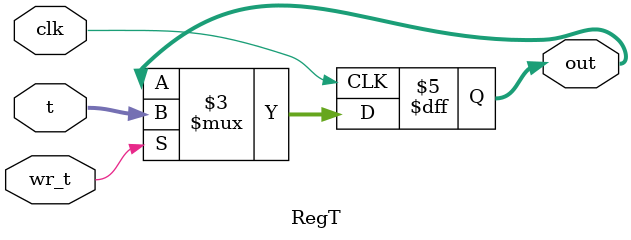
<source format=v>
module RegA (input clk,wr_a ,input [15:0]a, output reg[15:0]out);
always @(posedge clk)
begin
if (wr_a==1)
begin
  out<=a;
  end
end
endmodule

module RegT (input clk ,wr_t,input [15:0]t, output reg [15:0]out);
always @(posedge clk)
begin
if (wr_t==1)
begin
  out<=t;
  end
end
endmodule
</source>
